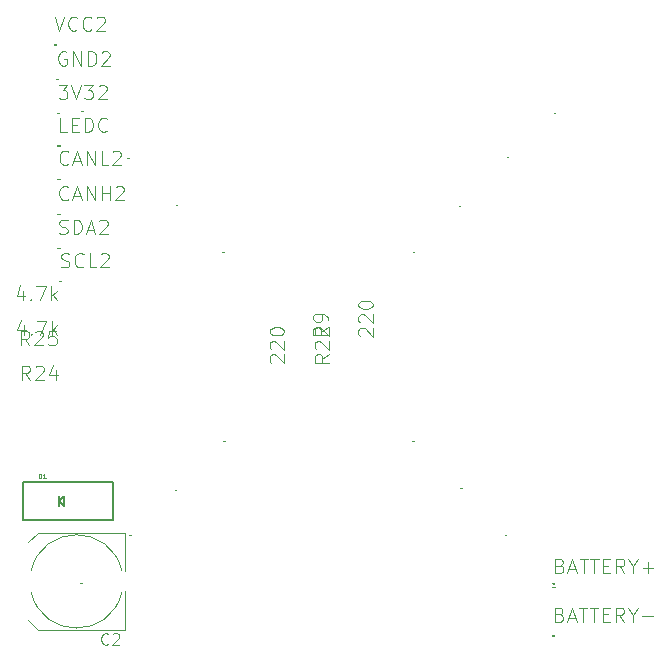
<source format=gbr>
G04 #@! TF.FileFunction,Legend,Top*
%FSLAX46Y46*%
G04 Gerber Fmt 4.6, Leading zero omitted, Abs format (unit mm)*
G04 Created by KiCad (PCBNEW 4.0.6) date 05/07/17 20:50:35*
%MOMM*%
%LPD*%
G01*
G04 APERTURE LIST*
%ADD10C,0.100000*%
%ADD11C,0.101600*%
%ADD12C,0.127000*%
%ADD13C,0.002032*%
%ADD14C,0.081280*%
%ADD15C,0.032512*%
G04 APERTURE END LIST*
D10*
D11*
X101138100Y-124217898D02*
G75*
G03X108838100Y-124217900I3850000J872599D01*
G01*
X109088100Y-124167900D02*
X109088100Y-127442900D01*
X109088100Y-127442900D02*
X101688100Y-127442900D01*
X101688100Y-127442900D02*
X100888100Y-126642900D01*
X100888100Y-120042900D02*
X101688100Y-119242900D01*
X101688100Y-119242900D02*
X109088100Y-119242900D01*
X109088100Y-119242900D02*
X109088100Y-122492900D01*
X108838100Y-122467902D02*
G75*
G03X101138100Y-122467900I-3850000J-872599D01*
G01*
D12*
X100453100Y-117935900D02*
X100453100Y-117687900D01*
X100453100Y-117687900D02*
X100453100Y-114941900D01*
X100453100Y-114941900D02*
X108058100Y-114941900D01*
X108058100Y-114941900D02*
X108058100Y-115147900D01*
X108058100Y-115147900D02*
X108058100Y-115205400D01*
X108058100Y-115147900D02*
X108058100Y-118141900D01*
X108058100Y-118141900D02*
X100453100Y-118141900D01*
X100453100Y-118141900D02*
X100453100Y-117687900D01*
X103924600Y-116986400D02*
X103924600Y-116097400D01*
X103924600Y-116097400D02*
X103543600Y-116541900D01*
X103543600Y-116541900D02*
X103924600Y-116986400D01*
X103543600Y-116986400D02*
X103543600Y-116097400D01*
D11*
X126371348Y-104123206D02*
X125796824Y-104525372D01*
X126371348Y-104812634D02*
X125164848Y-104812634D01*
X125164848Y-104353015D01*
X125222300Y-104238110D01*
X125279752Y-104180658D01*
X125394657Y-104123206D01*
X125567014Y-104123206D01*
X125681919Y-104180658D01*
X125739371Y-104238110D01*
X125796824Y-104353015D01*
X125796824Y-104812634D01*
X125279752Y-103663586D02*
X125222300Y-103606134D01*
X125164848Y-103491229D01*
X125164848Y-103203967D01*
X125222300Y-103089063D01*
X125279752Y-103031610D01*
X125394657Y-102974158D01*
X125509562Y-102974158D01*
X125681919Y-103031610D01*
X126371348Y-103721039D01*
X126371348Y-102974158D01*
X125279752Y-102514538D02*
X125222300Y-102457086D01*
X125164848Y-102342181D01*
X125164848Y-102054919D01*
X125222300Y-101940015D01*
X125279752Y-101882562D01*
X125394657Y-101825110D01*
X125509562Y-101825110D01*
X125681919Y-101882562D01*
X126371348Y-102571991D01*
X126371348Y-101825110D01*
X121469752Y-104812634D02*
X121412300Y-104755182D01*
X121354848Y-104640277D01*
X121354848Y-104353015D01*
X121412300Y-104238111D01*
X121469752Y-104180658D01*
X121584657Y-104123206D01*
X121699562Y-104123206D01*
X121871919Y-104180658D01*
X122561348Y-104870087D01*
X122561348Y-104123206D01*
X121469752Y-103663586D02*
X121412300Y-103606134D01*
X121354848Y-103491229D01*
X121354848Y-103203967D01*
X121412300Y-103089063D01*
X121469752Y-103031610D01*
X121584657Y-102974158D01*
X121699562Y-102974158D01*
X121871919Y-103031610D01*
X122561348Y-103721039D01*
X122561348Y-102974158D01*
X121354848Y-102227277D02*
X121354848Y-102112372D01*
X121412300Y-101997467D01*
X121469752Y-101940015D01*
X121584657Y-101882562D01*
X121814467Y-101825110D01*
X122101729Y-101825110D01*
X122331538Y-101882562D01*
X122446443Y-101940015D01*
X122503895Y-101997467D01*
X122561348Y-102112372D01*
X122561348Y-102227277D01*
X122503895Y-102342181D01*
X122446443Y-102399634D01*
X122331538Y-102457086D01*
X122101729Y-102514538D01*
X121814467Y-102514538D01*
X121584657Y-102457086D01*
X121469752Y-102399634D01*
X121412300Y-102342181D01*
X121354848Y-102227277D01*
D13*
X137443598Y-115403021D02*
X137457387Y-115403021D01*
X137450492Y-115427151D02*
X137450492Y-115403021D01*
X137465430Y-115427151D02*
X137465430Y-115403021D01*
X137474623Y-115403021D01*
X137476921Y-115404170D01*
X137478070Y-115405319D01*
X137479219Y-115407617D01*
X137479219Y-115411064D01*
X137478070Y-115413362D01*
X137476921Y-115414511D01*
X137474623Y-115415660D01*
X137465430Y-115415660D01*
X137497604Y-115414511D02*
X137501051Y-115415660D01*
X137502200Y-115416810D01*
X137503349Y-115419108D01*
X137503349Y-115422555D01*
X137502200Y-115424853D01*
X137501051Y-115426002D01*
X137498753Y-115427151D01*
X137489560Y-115427151D01*
X137489560Y-115403021D01*
X137497604Y-115403021D01*
X137499902Y-115404170D01*
X137501051Y-115405319D01*
X137502200Y-115407617D01*
X137502200Y-115409915D01*
X137501051Y-115412213D01*
X137499902Y-115413362D01*
X137497604Y-115414511D01*
X137489560Y-115414511D01*
X137512541Y-115405319D02*
X137513690Y-115404170D01*
X137515988Y-115403021D01*
X137521734Y-115403021D01*
X137524032Y-115404170D01*
X137525181Y-115405319D01*
X137526330Y-115407617D01*
X137526330Y-115409915D01*
X137525181Y-115413362D01*
X137511392Y-115427151D01*
X137526330Y-115427151D01*
X137537820Y-115426002D02*
X137537820Y-115427151D01*
X137536671Y-115429449D01*
X137535522Y-115430598D01*
X137559652Y-115403021D02*
X137548161Y-115403021D01*
X137547012Y-115414511D01*
X137548161Y-115413362D01*
X137550459Y-115412213D01*
X137556205Y-115412213D01*
X137558503Y-115413362D01*
X137559652Y-115414511D01*
X137560801Y-115416810D01*
X137560801Y-115422555D01*
X137559652Y-115424853D01*
X137558503Y-115426002D01*
X137556205Y-115427151D01*
X137550459Y-115427151D01*
X137548161Y-115426002D01*
X137547012Y-115424853D01*
X137581484Y-115411064D02*
X137581484Y-115427151D01*
X137575738Y-115401872D02*
X137569993Y-115419108D01*
X137584931Y-115419108D01*
X113303598Y-115584021D02*
X113317387Y-115584021D01*
X113310492Y-115608151D02*
X113310492Y-115584021D01*
X113325430Y-115608151D02*
X113325430Y-115584021D01*
X113334623Y-115584021D01*
X113336921Y-115585170D01*
X113338070Y-115586319D01*
X113339219Y-115588617D01*
X113339219Y-115592064D01*
X113338070Y-115594362D01*
X113336921Y-115595511D01*
X113334623Y-115596660D01*
X113325430Y-115596660D01*
X113357604Y-115595511D02*
X113361051Y-115596660D01*
X113362200Y-115597810D01*
X113363349Y-115600108D01*
X113363349Y-115603555D01*
X113362200Y-115605853D01*
X113361051Y-115607002D01*
X113358753Y-115608151D01*
X113349560Y-115608151D01*
X113349560Y-115584021D01*
X113357604Y-115584021D01*
X113359902Y-115585170D01*
X113361051Y-115586319D01*
X113362200Y-115588617D01*
X113362200Y-115590915D01*
X113361051Y-115593213D01*
X113359902Y-115594362D01*
X113357604Y-115595511D01*
X113349560Y-115595511D01*
X113372541Y-115586319D02*
X113373690Y-115585170D01*
X113375988Y-115584021D01*
X113381734Y-115584021D01*
X113384032Y-115585170D01*
X113385181Y-115586319D01*
X113386330Y-115588617D01*
X113386330Y-115590915D01*
X113385181Y-115594362D01*
X113371392Y-115608151D01*
X113386330Y-115608151D01*
X113397820Y-115607002D02*
X113397820Y-115608151D01*
X113396671Y-115610449D01*
X113395522Y-115611598D01*
X113419652Y-115584021D02*
X113408161Y-115584021D01*
X113407012Y-115595511D01*
X113408161Y-115594362D01*
X113410459Y-115593213D01*
X113416205Y-115593213D01*
X113418503Y-115594362D01*
X113419652Y-115595511D01*
X113420801Y-115597810D01*
X113420801Y-115603555D01*
X113419652Y-115605853D01*
X113418503Y-115607002D01*
X113416205Y-115608151D01*
X113410459Y-115608151D01*
X113408161Y-115607002D01*
X113407012Y-115605853D01*
X113441484Y-115592064D02*
X113441484Y-115608151D01*
X113435738Y-115582872D02*
X113429993Y-115600108D01*
X113444931Y-115600108D01*
X137332598Y-91534021D02*
X137346387Y-91534021D01*
X137339492Y-91558151D02*
X137339492Y-91534021D01*
X137354430Y-91558151D02*
X137354430Y-91534021D01*
X137363623Y-91534021D01*
X137365921Y-91535170D01*
X137367070Y-91536319D01*
X137368219Y-91538617D01*
X137368219Y-91542064D01*
X137367070Y-91544362D01*
X137365921Y-91545511D01*
X137363623Y-91546660D01*
X137354430Y-91546660D01*
X137386604Y-91545511D02*
X137390051Y-91546660D01*
X137391200Y-91547810D01*
X137392349Y-91550108D01*
X137392349Y-91553555D01*
X137391200Y-91555853D01*
X137390051Y-91557002D01*
X137387753Y-91558151D01*
X137378560Y-91558151D01*
X137378560Y-91534021D01*
X137386604Y-91534021D01*
X137388902Y-91535170D01*
X137390051Y-91536319D01*
X137391200Y-91538617D01*
X137391200Y-91540915D01*
X137390051Y-91543213D01*
X137388902Y-91544362D01*
X137386604Y-91545511D01*
X137378560Y-91545511D01*
X137401541Y-91536319D02*
X137402690Y-91535170D01*
X137404988Y-91534021D01*
X137410734Y-91534021D01*
X137413032Y-91535170D01*
X137414181Y-91536319D01*
X137415330Y-91538617D01*
X137415330Y-91540915D01*
X137414181Y-91544362D01*
X137400392Y-91558151D01*
X137415330Y-91558151D01*
X137426820Y-91557002D02*
X137426820Y-91558151D01*
X137425671Y-91560449D01*
X137424522Y-91561598D01*
X137448652Y-91534021D02*
X137437161Y-91534021D01*
X137436012Y-91545511D01*
X137437161Y-91544362D01*
X137439459Y-91543213D01*
X137445205Y-91543213D01*
X137447503Y-91544362D01*
X137448652Y-91545511D01*
X137449801Y-91547810D01*
X137449801Y-91553555D01*
X137448652Y-91555853D01*
X137447503Y-91557002D01*
X137445205Y-91558151D01*
X137439459Y-91558151D01*
X137437161Y-91557002D01*
X137436012Y-91555853D01*
X137470484Y-91542064D02*
X137470484Y-91558151D01*
X137464738Y-91532872D02*
X137458993Y-91550108D01*
X137473931Y-91550108D01*
X113382598Y-91474021D02*
X113396387Y-91474021D01*
X113389492Y-91498151D02*
X113389492Y-91474021D01*
X113404430Y-91498151D02*
X113404430Y-91474021D01*
X113413623Y-91474021D01*
X113415921Y-91475170D01*
X113417070Y-91476319D01*
X113418219Y-91478617D01*
X113418219Y-91482064D01*
X113417070Y-91484362D01*
X113415921Y-91485511D01*
X113413623Y-91486660D01*
X113404430Y-91486660D01*
X113436604Y-91485511D02*
X113440051Y-91486660D01*
X113441200Y-91487810D01*
X113442349Y-91490108D01*
X113442349Y-91493555D01*
X113441200Y-91495853D01*
X113440051Y-91497002D01*
X113437753Y-91498151D01*
X113428560Y-91498151D01*
X113428560Y-91474021D01*
X113436604Y-91474021D01*
X113438902Y-91475170D01*
X113440051Y-91476319D01*
X113441200Y-91478617D01*
X113441200Y-91480915D01*
X113440051Y-91483213D01*
X113438902Y-91484362D01*
X113436604Y-91485511D01*
X113428560Y-91485511D01*
X113451541Y-91476319D02*
X113452690Y-91475170D01*
X113454988Y-91474021D01*
X113460734Y-91474021D01*
X113463032Y-91475170D01*
X113464181Y-91476319D01*
X113465330Y-91478617D01*
X113465330Y-91480915D01*
X113464181Y-91484362D01*
X113450392Y-91498151D01*
X113465330Y-91498151D01*
X113476820Y-91497002D02*
X113476820Y-91498151D01*
X113475671Y-91500449D01*
X113474522Y-91501598D01*
X113498652Y-91474021D02*
X113487161Y-91474021D01*
X113486012Y-91485511D01*
X113487161Y-91484362D01*
X113489459Y-91483213D01*
X113495205Y-91483213D01*
X113497503Y-91484362D01*
X113498652Y-91485511D01*
X113499801Y-91487810D01*
X113499801Y-91493555D01*
X113498652Y-91495853D01*
X113497503Y-91497002D01*
X113495205Y-91498151D01*
X113489459Y-91498151D01*
X113487161Y-91497002D01*
X113486012Y-91495853D01*
X113520484Y-91482064D02*
X113520484Y-91498151D01*
X113514738Y-91472872D02*
X113508993Y-91490108D01*
X113523931Y-91490108D01*
X133398598Y-111430021D02*
X133412387Y-111430021D01*
X133405492Y-111454151D02*
X133405492Y-111430021D01*
X133420430Y-111454151D02*
X133420430Y-111430021D01*
X133429623Y-111430021D01*
X133431921Y-111431170D01*
X133433070Y-111432319D01*
X133434219Y-111434617D01*
X133434219Y-111438064D01*
X133433070Y-111440362D01*
X133431921Y-111441511D01*
X133429623Y-111442660D01*
X133420430Y-111442660D01*
X133452604Y-111441511D02*
X133456051Y-111442660D01*
X133457200Y-111443810D01*
X133458349Y-111446108D01*
X133458349Y-111449555D01*
X133457200Y-111451853D01*
X133456051Y-111453002D01*
X133453753Y-111454151D01*
X133444560Y-111454151D01*
X133444560Y-111430021D01*
X133452604Y-111430021D01*
X133454902Y-111431170D01*
X133456051Y-111432319D01*
X133457200Y-111434617D01*
X133457200Y-111436915D01*
X133456051Y-111439213D01*
X133454902Y-111440362D01*
X133452604Y-111441511D01*
X133444560Y-111441511D01*
X133467541Y-111432319D02*
X133468690Y-111431170D01*
X133470988Y-111430021D01*
X133476734Y-111430021D01*
X133479032Y-111431170D01*
X133480181Y-111432319D01*
X133481330Y-111434617D01*
X133481330Y-111436915D01*
X133480181Y-111440362D01*
X133466392Y-111454151D01*
X133481330Y-111454151D01*
X133492820Y-111453002D02*
X133492820Y-111454151D01*
X133491671Y-111456449D01*
X133490522Y-111457598D01*
X133514652Y-111430021D02*
X133503161Y-111430021D01*
X133502012Y-111441511D01*
X133503161Y-111440362D01*
X133505459Y-111439213D01*
X133511205Y-111439213D01*
X133513503Y-111440362D01*
X133514652Y-111441511D01*
X133515801Y-111443810D01*
X133515801Y-111449555D01*
X133514652Y-111451853D01*
X133513503Y-111453002D01*
X133511205Y-111454151D01*
X133505459Y-111454151D01*
X133503161Y-111453002D01*
X133502012Y-111451853D01*
X133536484Y-111438064D02*
X133536484Y-111454151D01*
X133530738Y-111428872D02*
X133524993Y-111446108D01*
X133539931Y-111446108D01*
X117406598Y-111418021D02*
X117420387Y-111418021D01*
X117413492Y-111442151D02*
X117413492Y-111418021D01*
X117428430Y-111442151D02*
X117428430Y-111418021D01*
X117437623Y-111418021D01*
X117439921Y-111419170D01*
X117441070Y-111420319D01*
X117442219Y-111422617D01*
X117442219Y-111426064D01*
X117441070Y-111428362D01*
X117439921Y-111429511D01*
X117437623Y-111430660D01*
X117428430Y-111430660D01*
X117460604Y-111429511D02*
X117464051Y-111430660D01*
X117465200Y-111431810D01*
X117466349Y-111434108D01*
X117466349Y-111437555D01*
X117465200Y-111439853D01*
X117464051Y-111441002D01*
X117461753Y-111442151D01*
X117452560Y-111442151D01*
X117452560Y-111418021D01*
X117460604Y-111418021D01*
X117462902Y-111419170D01*
X117464051Y-111420319D01*
X117465200Y-111422617D01*
X117465200Y-111424915D01*
X117464051Y-111427213D01*
X117462902Y-111428362D01*
X117460604Y-111429511D01*
X117452560Y-111429511D01*
X117475541Y-111420319D02*
X117476690Y-111419170D01*
X117478988Y-111418021D01*
X117484734Y-111418021D01*
X117487032Y-111419170D01*
X117488181Y-111420319D01*
X117489330Y-111422617D01*
X117489330Y-111424915D01*
X117488181Y-111428362D01*
X117474392Y-111442151D01*
X117489330Y-111442151D01*
X117500820Y-111441002D02*
X117500820Y-111442151D01*
X117499671Y-111444449D01*
X117498522Y-111445598D01*
X117522652Y-111418021D02*
X117511161Y-111418021D01*
X117510012Y-111429511D01*
X117511161Y-111428362D01*
X117513459Y-111427213D01*
X117519205Y-111427213D01*
X117521503Y-111428362D01*
X117522652Y-111429511D01*
X117523801Y-111431810D01*
X117523801Y-111437555D01*
X117522652Y-111439853D01*
X117521503Y-111441002D01*
X117519205Y-111442151D01*
X117513459Y-111442151D01*
X117511161Y-111441002D01*
X117510012Y-111439853D01*
X117544484Y-111426064D02*
X117544484Y-111442151D01*
X117538738Y-111416872D02*
X117532993Y-111434108D01*
X117547931Y-111434108D01*
X133447598Y-95413021D02*
X133461387Y-95413021D01*
X133454492Y-95437151D02*
X133454492Y-95413021D01*
X133469430Y-95437151D02*
X133469430Y-95413021D01*
X133478623Y-95413021D01*
X133480921Y-95414170D01*
X133482070Y-95415319D01*
X133483219Y-95417617D01*
X133483219Y-95421064D01*
X133482070Y-95423362D01*
X133480921Y-95424511D01*
X133478623Y-95425660D01*
X133469430Y-95425660D01*
X133501604Y-95424511D02*
X133505051Y-95425660D01*
X133506200Y-95426810D01*
X133507349Y-95429108D01*
X133507349Y-95432555D01*
X133506200Y-95434853D01*
X133505051Y-95436002D01*
X133502753Y-95437151D01*
X133493560Y-95437151D01*
X133493560Y-95413021D01*
X133501604Y-95413021D01*
X133503902Y-95414170D01*
X133505051Y-95415319D01*
X133506200Y-95417617D01*
X133506200Y-95419915D01*
X133505051Y-95422213D01*
X133503902Y-95423362D01*
X133501604Y-95424511D01*
X133493560Y-95424511D01*
X133516541Y-95415319D02*
X133517690Y-95414170D01*
X133519988Y-95413021D01*
X133525734Y-95413021D01*
X133528032Y-95414170D01*
X133529181Y-95415319D01*
X133530330Y-95417617D01*
X133530330Y-95419915D01*
X133529181Y-95423362D01*
X133515392Y-95437151D01*
X133530330Y-95437151D01*
X133541820Y-95436002D02*
X133541820Y-95437151D01*
X133540671Y-95439449D01*
X133539522Y-95440598D01*
X133563652Y-95413021D02*
X133552161Y-95413021D01*
X133551012Y-95424511D01*
X133552161Y-95423362D01*
X133554459Y-95422213D01*
X133560205Y-95422213D01*
X133562503Y-95423362D01*
X133563652Y-95424511D01*
X133564801Y-95426810D01*
X133564801Y-95432555D01*
X133563652Y-95434853D01*
X133562503Y-95436002D01*
X133560205Y-95437151D01*
X133554459Y-95437151D01*
X133552161Y-95436002D01*
X133551012Y-95434853D01*
X133585484Y-95421064D02*
X133585484Y-95437151D01*
X133579738Y-95411872D02*
X133573993Y-95429108D01*
X133588931Y-95429108D01*
X117300598Y-95439021D02*
X117314387Y-95439021D01*
X117307492Y-95463151D02*
X117307492Y-95439021D01*
X117322430Y-95463151D02*
X117322430Y-95439021D01*
X117331623Y-95439021D01*
X117333921Y-95440170D01*
X117335070Y-95441319D01*
X117336219Y-95443617D01*
X117336219Y-95447064D01*
X117335070Y-95449362D01*
X117333921Y-95450511D01*
X117331623Y-95451660D01*
X117322430Y-95451660D01*
X117354604Y-95450511D02*
X117358051Y-95451660D01*
X117359200Y-95452810D01*
X117360349Y-95455108D01*
X117360349Y-95458555D01*
X117359200Y-95460853D01*
X117358051Y-95462002D01*
X117355753Y-95463151D01*
X117346560Y-95463151D01*
X117346560Y-95439021D01*
X117354604Y-95439021D01*
X117356902Y-95440170D01*
X117358051Y-95441319D01*
X117359200Y-95443617D01*
X117359200Y-95445915D01*
X117358051Y-95448213D01*
X117356902Y-95449362D01*
X117354604Y-95450511D01*
X117346560Y-95450511D01*
X117369541Y-95441319D02*
X117370690Y-95440170D01*
X117372988Y-95439021D01*
X117378734Y-95439021D01*
X117381032Y-95440170D01*
X117382181Y-95441319D01*
X117383330Y-95443617D01*
X117383330Y-95445915D01*
X117382181Y-95449362D01*
X117368392Y-95463151D01*
X117383330Y-95463151D01*
X117394820Y-95462002D02*
X117394820Y-95463151D01*
X117393671Y-95465449D01*
X117392522Y-95466598D01*
X117416652Y-95439021D02*
X117405161Y-95439021D01*
X117404012Y-95450511D01*
X117405161Y-95449362D01*
X117407459Y-95448213D01*
X117413205Y-95448213D01*
X117415503Y-95449362D01*
X117416652Y-95450511D01*
X117417801Y-95452810D01*
X117417801Y-95458555D01*
X117416652Y-95460853D01*
X117415503Y-95462002D01*
X117413205Y-95463151D01*
X117407459Y-95463151D01*
X117405161Y-95462002D01*
X117404012Y-95460853D01*
X117438484Y-95447064D02*
X117438484Y-95463151D01*
X117432738Y-95437872D02*
X117426993Y-95455108D01*
X117441931Y-95455108D01*
X105406598Y-83526021D02*
X105420387Y-83526021D01*
X105413492Y-83550151D02*
X105413492Y-83526021D01*
X105428430Y-83550151D02*
X105428430Y-83526021D01*
X105437623Y-83526021D01*
X105439921Y-83527170D01*
X105441070Y-83528319D01*
X105442219Y-83530617D01*
X105442219Y-83534064D01*
X105441070Y-83536362D01*
X105439921Y-83537511D01*
X105437623Y-83538660D01*
X105428430Y-83538660D01*
X105460604Y-83537511D02*
X105464051Y-83538660D01*
X105465200Y-83539810D01*
X105466349Y-83542108D01*
X105466349Y-83545555D01*
X105465200Y-83547853D01*
X105464051Y-83549002D01*
X105461753Y-83550151D01*
X105452560Y-83550151D01*
X105452560Y-83526021D01*
X105460604Y-83526021D01*
X105462902Y-83527170D01*
X105464051Y-83528319D01*
X105465200Y-83530617D01*
X105465200Y-83532915D01*
X105464051Y-83535213D01*
X105462902Y-83536362D01*
X105460604Y-83537511D01*
X105452560Y-83537511D01*
X105475541Y-83528319D02*
X105476690Y-83527170D01*
X105478988Y-83526021D01*
X105484734Y-83526021D01*
X105487032Y-83527170D01*
X105488181Y-83528319D01*
X105489330Y-83530617D01*
X105489330Y-83532915D01*
X105488181Y-83536362D01*
X105474392Y-83550151D01*
X105489330Y-83550151D01*
X105500820Y-83549002D02*
X105500820Y-83550151D01*
X105499671Y-83552449D01*
X105498522Y-83553598D01*
X105522652Y-83526021D02*
X105511161Y-83526021D01*
X105510012Y-83537511D01*
X105511161Y-83536362D01*
X105513459Y-83535213D01*
X105519205Y-83535213D01*
X105521503Y-83536362D01*
X105522652Y-83537511D01*
X105523801Y-83539810D01*
X105523801Y-83545555D01*
X105522652Y-83547853D01*
X105521503Y-83549002D01*
X105519205Y-83550151D01*
X105513459Y-83550151D01*
X105511161Y-83549002D01*
X105510012Y-83547853D01*
X105544484Y-83534064D02*
X105544484Y-83550151D01*
X105538738Y-83524872D02*
X105532993Y-83542108D01*
X105547931Y-83542108D01*
X105287598Y-123439021D02*
X105301387Y-123439021D01*
X105294492Y-123463151D02*
X105294492Y-123439021D01*
X105309430Y-123463151D02*
X105309430Y-123439021D01*
X105318623Y-123439021D01*
X105320921Y-123440170D01*
X105322070Y-123441319D01*
X105323219Y-123443617D01*
X105323219Y-123447064D01*
X105322070Y-123449362D01*
X105320921Y-123450511D01*
X105318623Y-123451660D01*
X105309430Y-123451660D01*
X105341604Y-123450511D02*
X105345051Y-123451660D01*
X105346200Y-123452810D01*
X105347349Y-123455108D01*
X105347349Y-123458555D01*
X105346200Y-123460853D01*
X105345051Y-123462002D01*
X105342753Y-123463151D01*
X105333560Y-123463151D01*
X105333560Y-123439021D01*
X105341604Y-123439021D01*
X105343902Y-123440170D01*
X105345051Y-123441319D01*
X105346200Y-123443617D01*
X105346200Y-123445915D01*
X105345051Y-123448213D01*
X105343902Y-123449362D01*
X105341604Y-123450511D01*
X105333560Y-123450511D01*
X105356541Y-123441319D02*
X105357690Y-123440170D01*
X105359988Y-123439021D01*
X105365734Y-123439021D01*
X105368032Y-123440170D01*
X105369181Y-123441319D01*
X105370330Y-123443617D01*
X105370330Y-123445915D01*
X105369181Y-123449362D01*
X105355392Y-123463151D01*
X105370330Y-123463151D01*
X105381820Y-123462002D02*
X105381820Y-123463151D01*
X105380671Y-123465449D01*
X105379522Y-123466598D01*
X105403652Y-123439021D02*
X105392161Y-123439021D01*
X105391012Y-123450511D01*
X105392161Y-123449362D01*
X105394459Y-123448213D01*
X105400205Y-123448213D01*
X105402503Y-123449362D01*
X105403652Y-123450511D01*
X105404801Y-123452810D01*
X105404801Y-123458555D01*
X105403652Y-123460853D01*
X105402503Y-123462002D01*
X105400205Y-123463151D01*
X105394459Y-123463151D01*
X105392161Y-123462002D01*
X105391012Y-123460853D01*
X105425484Y-123447064D02*
X105425484Y-123463151D01*
X105419738Y-123437872D02*
X105413993Y-123455108D01*
X105428931Y-123455108D01*
X145284598Y-123500021D02*
X145298387Y-123500021D01*
X145291492Y-123524151D02*
X145291492Y-123500021D01*
X145306430Y-123524151D02*
X145306430Y-123500021D01*
X145315623Y-123500021D01*
X145317921Y-123501170D01*
X145319070Y-123502319D01*
X145320219Y-123504617D01*
X145320219Y-123508064D01*
X145319070Y-123510362D01*
X145317921Y-123511511D01*
X145315623Y-123512660D01*
X145306430Y-123512660D01*
X145338604Y-123511511D02*
X145342051Y-123512660D01*
X145343200Y-123513810D01*
X145344349Y-123516108D01*
X145344349Y-123519555D01*
X145343200Y-123521853D01*
X145342051Y-123523002D01*
X145339753Y-123524151D01*
X145330560Y-123524151D01*
X145330560Y-123500021D01*
X145338604Y-123500021D01*
X145340902Y-123501170D01*
X145342051Y-123502319D01*
X145343200Y-123504617D01*
X145343200Y-123506915D01*
X145342051Y-123509213D01*
X145340902Y-123510362D01*
X145338604Y-123511511D01*
X145330560Y-123511511D01*
X145353541Y-123502319D02*
X145354690Y-123501170D01*
X145356988Y-123500021D01*
X145362734Y-123500021D01*
X145365032Y-123501170D01*
X145366181Y-123502319D01*
X145367330Y-123504617D01*
X145367330Y-123506915D01*
X145366181Y-123510362D01*
X145352392Y-123524151D01*
X145367330Y-123524151D01*
X145378820Y-123523002D02*
X145378820Y-123524151D01*
X145377671Y-123526449D01*
X145376522Y-123527598D01*
X145400652Y-123500021D02*
X145389161Y-123500021D01*
X145388012Y-123511511D01*
X145389161Y-123510362D01*
X145391459Y-123509213D01*
X145397205Y-123509213D01*
X145399503Y-123510362D01*
X145400652Y-123511511D01*
X145401801Y-123513810D01*
X145401801Y-123519555D01*
X145400652Y-123521853D01*
X145399503Y-123523002D01*
X145397205Y-123524151D01*
X145391459Y-123524151D01*
X145389161Y-123523002D01*
X145388012Y-123521853D01*
X145422484Y-123508064D02*
X145422484Y-123524151D01*
X145416738Y-123498872D02*
X145410993Y-123516108D01*
X145425931Y-123516108D01*
X145401598Y-83650021D02*
X145415387Y-83650021D01*
X145408492Y-83674151D02*
X145408492Y-83650021D01*
X145423430Y-83674151D02*
X145423430Y-83650021D01*
X145432623Y-83650021D01*
X145434921Y-83651170D01*
X145436070Y-83652319D01*
X145437219Y-83654617D01*
X145437219Y-83658064D01*
X145436070Y-83660362D01*
X145434921Y-83661511D01*
X145432623Y-83662660D01*
X145423430Y-83662660D01*
X145455604Y-83661511D02*
X145459051Y-83662660D01*
X145460200Y-83663810D01*
X145461349Y-83666108D01*
X145461349Y-83669555D01*
X145460200Y-83671853D01*
X145459051Y-83673002D01*
X145456753Y-83674151D01*
X145447560Y-83674151D01*
X145447560Y-83650021D01*
X145455604Y-83650021D01*
X145457902Y-83651170D01*
X145459051Y-83652319D01*
X145460200Y-83654617D01*
X145460200Y-83656915D01*
X145459051Y-83659213D01*
X145457902Y-83660362D01*
X145455604Y-83661511D01*
X145447560Y-83661511D01*
X145470541Y-83652319D02*
X145471690Y-83651170D01*
X145473988Y-83650021D01*
X145479734Y-83650021D01*
X145482032Y-83651170D01*
X145483181Y-83652319D01*
X145484330Y-83654617D01*
X145484330Y-83656915D01*
X145483181Y-83660362D01*
X145469392Y-83674151D01*
X145484330Y-83674151D01*
X145495820Y-83673002D02*
X145495820Y-83674151D01*
X145494671Y-83676449D01*
X145493522Y-83677598D01*
X145517652Y-83650021D02*
X145506161Y-83650021D01*
X145505012Y-83661511D01*
X145506161Y-83660362D01*
X145508459Y-83659213D01*
X145514205Y-83659213D01*
X145516503Y-83660362D01*
X145517652Y-83661511D01*
X145518801Y-83663810D01*
X145518801Y-83669555D01*
X145517652Y-83671853D01*
X145516503Y-83673002D01*
X145514205Y-83674151D01*
X145508459Y-83674151D01*
X145506161Y-83673002D01*
X145505012Y-83671853D01*
X145539484Y-83658064D02*
X145539484Y-83674151D01*
X145533738Y-83648872D02*
X145527993Y-83666108D01*
X145542931Y-83666108D01*
X109283598Y-87462021D02*
X109297387Y-87462021D01*
X109290492Y-87486151D02*
X109290492Y-87462021D01*
X109305430Y-87486151D02*
X109305430Y-87462021D01*
X109314623Y-87462021D01*
X109316921Y-87463170D01*
X109318070Y-87464319D01*
X109319219Y-87466617D01*
X109319219Y-87470064D01*
X109318070Y-87472362D01*
X109316921Y-87473511D01*
X109314623Y-87474660D01*
X109305430Y-87474660D01*
X109337604Y-87473511D02*
X109341051Y-87474660D01*
X109342200Y-87475810D01*
X109343349Y-87478108D01*
X109343349Y-87481555D01*
X109342200Y-87483853D01*
X109341051Y-87485002D01*
X109338753Y-87486151D01*
X109329560Y-87486151D01*
X109329560Y-87462021D01*
X109337604Y-87462021D01*
X109339902Y-87463170D01*
X109341051Y-87464319D01*
X109342200Y-87466617D01*
X109342200Y-87468915D01*
X109341051Y-87471213D01*
X109339902Y-87472362D01*
X109337604Y-87473511D01*
X109329560Y-87473511D01*
X109352541Y-87464319D02*
X109353690Y-87463170D01*
X109355988Y-87462021D01*
X109361734Y-87462021D01*
X109364032Y-87463170D01*
X109365181Y-87464319D01*
X109366330Y-87466617D01*
X109366330Y-87468915D01*
X109365181Y-87472362D01*
X109351392Y-87486151D01*
X109366330Y-87486151D01*
X109377820Y-87485002D02*
X109377820Y-87486151D01*
X109376671Y-87488449D01*
X109375522Y-87489598D01*
X109399652Y-87462021D02*
X109388161Y-87462021D01*
X109387012Y-87473511D01*
X109388161Y-87472362D01*
X109390459Y-87471213D01*
X109396205Y-87471213D01*
X109398503Y-87472362D01*
X109399652Y-87473511D01*
X109400801Y-87475810D01*
X109400801Y-87481555D01*
X109399652Y-87483853D01*
X109398503Y-87485002D01*
X109396205Y-87486151D01*
X109390459Y-87486151D01*
X109388161Y-87485002D01*
X109387012Y-87483853D01*
X109421484Y-87470064D02*
X109421484Y-87486151D01*
X109415738Y-87460872D02*
X109409993Y-87478108D01*
X109424931Y-87478108D01*
X109428598Y-119385021D02*
X109442387Y-119385021D01*
X109435492Y-119409151D02*
X109435492Y-119385021D01*
X109450430Y-119409151D02*
X109450430Y-119385021D01*
X109459623Y-119385021D01*
X109461921Y-119386170D01*
X109463070Y-119387319D01*
X109464219Y-119389617D01*
X109464219Y-119393064D01*
X109463070Y-119395362D01*
X109461921Y-119396511D01*
X109459623Y-119397660D01*
X109450430Y-119397660D01*
X109482604Y-119396511D02*
X109486051Y-119397660D01*
X109487200Y-119398810D01*
X109488349Y-119401108D01*
X109488349Y-119404555D01*
X109487200Y-119406853D01*
X109486051Y-119408002D01*
X109483753Y-119409151D01*
X109474560Y-119409151D01*
X109474560Y-119385021D01*
X109482604Y-119385021D01*
X109484902Y-119386170D01*
X109486051Y-119387319D01*
X109487200Y-119389617D01*
X109487200Y-119391915D01*
X109486051Y-119394213D01*
X109484902Y-119395362D01*
X109482604Y-119396511D01*
X109474560Y-119396511D01*
X109497541Y-119387319D02*
X109498690Y-119386170D01*
X109500988Y-119385021D01*
X109506734Y-119385021D01*
X109509032Y-119386170D01*
X109510181Y-119387319D01*
X109511330Y-119389617D01*
X109511330Y-119391915D01*
X109510181Y-119395362D01*
X109496392Y-119409151D01*
X109511330Y-119409151D01*
X109522820Y-119408002D02*
X109522820Y-119409151D01*
X109521671Y-119411449D01*
X109520522Y-119412598D01*
X109544652Y-119385021D02*
X109533161Y-119385021D01*
X109532012Y-119396511D01*
X109533161Y-119395362D01*
X109535459Y-119394213D01*
X109541205Y-119394213D01*
X109543503Y-119395362D01*
X109544652Y-119396511D01*
X109545801Y-119398810D01*
X109545801Y-119404555D01*
X109544652Y-119406853D01*
X109543503Y-119408002D01*
X109541205Y-119409151D01*
X109535459Y-119409151D01*
X109533161Y-119408002D01*
X109532012Y-119406853D01*
X109566484Y-119393064D02*
X109566484Y-119409151D01*
X109560738Y-119383872D02*
X109554993Y-119401108D01*
X109569931Y-119401108D01*
X141247598Y-119412021D02*
X141261387Y-119412021D01*
X141254492Y-119436151D02*
X141254492Y-119412021D01*
X141269430Y-119436151D02*
X141269430Y-119412021D01*
X141278623Y-119412021D01*
X141280921Y-119413170D01*
X141282070Y-119414319D01*
X141283219Y-119416617D01*
X141283219Y-119420064D01*
X141282070Y-119422362D01*
X141280921Y-119423511D01*
X141278623Y-119424660D01*
X141269430Y-119424660D01*
X141301604Y-119423511D02*
X141305051Y-119424660D01*
X141306200Y-119425810D01*
X141307349Y-119428108D01*
X141307349Y-119431555D01*
X141306200Y-119433853D01*
X141305051Y-119435002D01*
X141302753Y-119436151D01*
X141293560Y-119436151D01*
X141293560Y-119412021D01*
X141301604Y-119412021D01*
X141303902Y-119413170D01*
X141305051Y-119414319D01*
X141306200Y-119416617D01*
X141306200Y-119418915D01*
X141305051Y-119421213D01*
X141303902Y-119422362D01*
X141301604Y-119423511D01*
X141293560Y-119423511D01*
X141316541Y-119414319D02*
X141317690Y-119413170D01*
X141319988Y-119412021D01*
X141325734Y-119412021D01*
X141328032Y-119413170D01*
X141329181Y-119414319D01*
X141330330Y-119416617D01*
X141330330Y-119418915D01*
X141329181Y-119422362D01*
X141315392Y-119436151D01*
X141330330Y-119436151D01*
X141341820Y-119435002D02*
X141341820Y-119436151D01*
X141340671Y-119438449D01*
X141339522Y-119439598D01*
X141363652Y-119412021D02*
X141352161Y-119412021D01*
X141351012Y-119423511D01*
X141352161Y-119422362D01*
X141354459Y-119421213D01*
X141360205Y-119421213D01*
X141362503Y-119422362D01*
X141363652Y-119423511D01*
X141364801Y-119425810D01*
X141364801Y-119431555D01*
X141363652Y-119433853D01*
X141362503Y-119435002D01*
X141360205Y-119436151D01*
X141354459Y-119436151D01*
X141352161Y-119435002D01*
X141351012Y-119433853D01*
X141385484Y-119420064D02*
X141385484Y-119436151D01*
X141379738Y-119410872D02*
X141373993Y-119428108D01*
X141388931Y-119428108D01*
X141412598Y-87380021D02*
X141426387Y-87380021D01*
X141419492Y-87404151D02*
X141419492Y-87380021D01*
X141434430Y-87404151D02*
X141434430Y-87380021D01*
X141443623Y-87380021D01*
X141445921Y-87381170D01*
X141447070Y-87382319D01*
X141448219Y-87384617D01*
X141448219Y-87388064D01*
X141447070Y-87390362D01*
X141445921Y-87391511D01*
X141443623Y-87392660D01*
X141434430Y-87392660D01*
X141466604Y-87391511D02*
X141470051Y-87392660D01*
X141471200Y-87393810D01*
X141472349Y-87396108D01*
X141472349Y-87399555D01*
X141471200Y-87401853D01*
X141470051Y-87403002D01*
X141467753Y-87404151D01*
X141458560Y-87404151D01*
X141458560Y-87380021D01*
X141466604Y-87380021D01*
X141468902Y-87381170D01*
X141470051Y-87382319D01*
X141471200Y-87384617D01*
X141471200Y-87386915D01*
X141470051Y-87389213D01*
X141468902Y-87390362D01*
X141466604Y-87391511D01*
X141458560Y-87391511D01*
X141481541Y-87382319D02*
X141482690Y-87381170D01*
X141484988Y-87380021D01*
X141490734Y-87380021D01*
X141493032Y-87381170D01*
X141494181Y-87382319D01*
X141495330Y-87384617D01*
X141495330Y-87386915D01*
X141494181Y-87390362D01*
X141480392Y-87404151D01*
X141495330Y-87404151D01*
X141506820Y-87403002D02*
X141506820Y-87404151D01*
X141505671Y-87406449D01*
X141504522Y-87407598D01*
X141528652Y-87380021D02*
X141517161Y-87380021D01*
X141516012Y-87391511D01*
X141517161Y-87390362D01*
X141519459Y-87389213D01*
X141525205Y-87389213D01*
X141527503Y-87390362D01*
X141528652Y-87391511D01*
X141529801Y-87393810D01*
X141529801Y-87399555D01*
X141528652Y-87401853D01*
X141527503Y-87403002D01*
X141525205Y-87404151D01*
X141519459Y-87404151D01*
X141517161Y-87403002D01*
X141516012Y-87401853D01*
X141550484Y-87388064D02*
X141550484Y-87404151D01*
X141544738Y-87378872D02*
X141538993Y-87396108D01*
X141553931Y-87396108D01*
D11*
X126257048Y-101812410D02*
X125682524Y-102214576D01*
X126257048Y-102501838D02*
X125050548Y-102501838D01*
X125050548Y-102042219D01*
X125108000Y-101927314D01*
X125165452Y-101869862D01*
X125280357Y-101812410D01*
X125452714Y-101812410D01*
X125567619Y-101869862D01*
X125625071Y-101927314D01*
X125682524Y-102042219D01*
X125682524Y-102501838D01*
X126257048Y-101237886D02*
X126257048Y-101008076D01*
X126199595Y-100893171D01*
X126142143Y-100835719D01*
X125969786Y-100720814D01*
X125739976Y-100663362D01*
X125280357Y-100663362D01*
X125165452Y-100720814D01*
X125108000Y-100778267D01*
X125050548Y-100893171D01*
X125050548Y-101122981D01*
X125108000Y-101237886D01*
X125165452Y-101295338D01*
X125280357Y-101352790D01*
X125567619Y-101352790D01*
X125682524Y-101295338D01*
X125739976Y-101237886D01*
X125797429Y-101122981D01*
X125797429Y-100893171D01*
X125739976Y-100778267D01*
X125682524Y-100720814D01*
X125567619Y-100663362D01*
X128975452Y-102559290D02*
X128918000Y-102501838D01*
X128860548Y-102386933D01*
X128860548Y-102099671D01*
X128918000Y-101984767D01*
X128975452Y-101927314D01*
X129090357Y-101869862D01*
X129205262Y-101869862D01*
X129377619Y-101927314D01*
X130067048Y-102616743D01*
X130067048Y-101869862D01*
X128975452Y-101410242D02*
X128918000Y-101352790D01*
X128860548Y-101237885D01*
X128860548Y-100950623D01*
X128918000Y-100835719D01*
X128975452Y-100778266D01*
X129090357Y-100720814D01*
X129205262Y-100720814D01*
X129377619Y-100778266D01*
X130067048Y-101467695D01*
X130067048Y-100720814D01*
X128860548Y-99973933D02*
X128860548Y-99859028D01*
X128918000Y-99744123D01*
X128975452Y-99686671D01*
X129090357Y-99629218D01*
X129320167Y-99571766D01*
X129607429Y-99571766D01*
X129837238Y-99629218D01*
X129952143Y-99686671D01*
X130009595Y-99744123D01*
X130067048Y-99859028D01*
X130067048Y-99973933D01*
X130009595Y-100088837D01*
X129952143Y-100146290D01*
X129837238Y-100203742D01*
X129607429Y-100261194D01*
X129320167Y-100261194D01*
X129090357Y-100203742D01*
X128975452Y-100146290D01*
X128918000Y-100088837D01*
X128860548Y-99973933D01*
X101062394Y-106278948D02*
X100660228Y-105704424D01*
X100372966Y-106278948D02*
X100372966Y-105072448D01*
X100832585Y-105072448D01*
X100947490Y-105129900D01*
X101004942Y-105187352D01*
X101062394Y-105302257D01*
X101062394Y-105474614D01*
X101004942Y-105589519D01*
X100947490Y-105646971D01*
X100832585Y-105704424D01*
X100372966Y-105704424D01*
X101522014Y-105187352D02*
X101579466Y-105129900D01*
X101694371Y-105072448D01*
X101981633Y-105072448D01*
X102096537Y-105129900D01*
X102153990Y-105187352D01*
X102211442Y-105302257D01*
X102211442Y-105417162D01*
X102153990Y-105589519D01*
X101464561Y-106278948D01*
X102211442Y-106278948D01*
X103245585Y-105474614D02*
X103245585Y-106278948D01*
X102958323Y-105014995D02*
X102671062Y-105876781D01*
X103417942Y-105876781D01*
X100545323Y-101664614D02*
X100545323Y-102468948D01*
X100258061Y-101204995D02*
X99970800Y-102066781D01*
X100717680Y-102066781D01*
X101177300Y-102354043D02*
X101234752Y-102411495D01*
X101177300Y-102468948D01*
X101119848Y-102411495D01*
X101177300Y-102354043D01*
X101177300Y-102468948D01*
X101636919Y-101262448D02*
X102441252Y-101262448D01*
X101924181Y-102468948D01*
X102900872Y-102468948D02*
X102900872Y-101262448D01*
X103015777Y-102009329D02*
X103360491Y-102468948D01*
X103360491Y-101664614D02*
X102900872Y-102124233D01*
X101004994Y-103351348D02*
X100602828Y-102776824D01*
X100315566Y-103351348D02*
X100315566Y-102144848D01*
X100775185Y-102144848D01*
X100890090Y-102202300D01*
X100947542Y-102259752D01*
X101004994Y-102374657D01*
X101004994Y-102547014D01*
X100947542Y-102661919D01*
X100890090Y-102719371D01*
X100775185Y-102776824D01*
X100315566Y-102776824D01*
X101464614Y-102259752D02*
X101522066Y-102202300D01*
X101636971Y-102144848D01*
X101924233Y-102144848D01*
X102039137Y-102202300D01*
X102096590Y-102259752D01*
X102154042Y-102374657D01*
X102154042Y-102489562D01*
X102096590Y-102661919D01*
X101407161Y-103351348D01*
X102154042Y-103351348D01*
X103245638Y-102144848D02*
X102671114Y-102144848D01*
X102613662Y-102719371D01*
X102671114Y-102661919D01*
X102786019Y-102604467D01*
X103073281Y-102604467D01*
X103188185Y-102661919D01*
X103245638Y-102719371D01*
X103303090Y-102834276D01*
X103303090Y-103121538D01*
X103245638Y-103236443D01*
X103188185Y-103293895D01*
X103073281Y-103351348D01*
X102786019Y-103351348D01*
X102671114Y-103293895D01*
X102613662Y-103236443D01*
X100487923Y-98737014D02*
X100487923Y-99541348D01*
X100200661Y-98277395D02*
X99913400Y-99139181D01*
X100660280Y-99139181D01*
X101119900Y-99426443D02*
X101177352Y-99483895D01*
X101119900Y-99541348D01*
X101062448Y-99483895D01*
X101119900Y-99426443D01*
X101119900Y-99541348D01*
X101579519Y-98334848D02*
X102383852Y-98334848D01*
X101866781Y-99541348D01*
X102843472Y-99541348D02*
X102843472Y-98334848D01*
X102958377Y-99081729D02*
X103303091Y-99541348D01*
X103303091Y-98737014D02*
X102843472Y-99196633D01*
X145912229Y-122003571D02*
X146084586Y-122061024D01*
X146142038Y-122118476D01*
X146199490Y-122233381D01*
X146199490Y-122405738D01*
X146142038Y-122520643D01*
X146084586Y-122578095D01*
X145969681Y-122635548D01*
X145510062Y-122635548D01*
X145510062Y-121429048D01*
X145912229Y-121429048D01*
X146027133Y-121486500D01*
X146084586Y-121543952D01*
X146142038Y-121658857D01*
X146142038Y-121773762D01*
X146084586Y-121888667D01*
X146027133Y-121946119D01*
X145912229Y-122003571D01*
X145510062Y-122003571D01*
X146659110Y-122290833D02*
X147233633Y-122290833D01*
X146544205Y-122635548D02*
X146946371Y-121429048D01*
X147348538Y-122635548D01*
X147578348Y-121429048D02*
X148267776Y-121429048D01*
X147923062Y-122635548D02*
X147923062Y-121429048D01*
X148497586Y-121429048D02*
X149187014Y-121429048D01*
X148842300Y-122635548D02*
X148842300Y-121429048D01*
X149589181Y-122003571D02*
X149991348Y-122003571D01*
X150163705Y-122635548D02*
X149589181Y-122635548D01*
X149589181Y-121429048D01*
X150163705Y-121429048D01*
X151370204Y-122635548D02*
X150968038Y-122061024D01*
X150680776Y-122635548D02*
X150680776Y-121429048D01*
X151140395Y-121429048D01*
X151255300Y-121486500D01*
X151312752Y-121543952D01*
X151370204Y-121658857D01*
X151370204Y-121831214D01*
X151312752Y-121946119D01*
X151255300Y-122003571D01*
X151140395Y-122061024D01*
X150680776Y-122061024D01*
X152117085Y-122061024D02*
X152117085Y-122635548D01*
X151714919Y-121429048D02*
X152117085Y-122061024D01*
X152519252Y-121429048D01*
X152921419Y-122175929D02*
X153840657Y-122175929D01*
X153381038Y-122635548D02*
X153381038Y-121716310D01*
D13*
X145270445Y-123799751D02*
X145270445Y-123775621D01*
X145279638Y-123775621D01*
X145281936Y-123776770D01*
X145283085Y-123777919D01*
X145284234Y-123780217D01*
X145284234Y-123783664D01*
X145283085Y-123785962D01*
X145281936Y-123787111D01*
X145279638Y-123788260D01*
X145270445Y-123788260D01*
X145291128Y-123775621D02*
X145304917Y-123775621D01*
X145298022Y-123799751D02*
X145298022Y-123775621D01*
X145326749Y-123799751D02*
X145318705Y-123788260D01*
X145312960Y-123799751D02*
X145312960Y-123775621D01*
X145322153Y-123775621D01*
X145324451Y-123776770D01*
X145325600Y-123777919D01*
X145326749Y-123780217D01*
X145326749Y-123783664D01*
X145325600Y-123785962D01*
X145324451Y-123787111D01*
X145322153Y-123788260D01*
X145312960Y-123788260D01*
X145349730Y-123799751D02*
X145335941Y-123799751D01*
X145342835Y-123799751D02*
X145342835Y-123775621D01*
X145340537Y-123779068D01*
X145338239Y-123781366D01*
X145335941Y-123782515D01*
X145356624Y-123775621D02*
X145370413Y-123775621D01*
X145363518Y-123799751D02*
X145363518Y-123775621D01*
X145378456Y-123799751D02*
X145378456Y-123775621D01*
X145387649Y-123775621D01*
X145389947Y-123776770D01*
X145391096Y-123777919D01*
X145392245Y-123780217D01*
X145392245Y-123783664D01*
X145391096Y-123785962D01*
X145389947Y-123787111D01*
X145387649Y-123788260D01*
X145378456Y-123788260D01*
X145415226Y-123799751D02*
X145401437Y-123799751D01*
X145408331Y-123799751D02*
X145408331Y-123775621D01*
X145406033Y-123779068D01*
X145403735Y-123781366D01*
X145401437Y-123782515D01*
X145438207Y-123799751D02*
X145424418Y-123799751D01*
X145431312Y-123799751D02*
X145431312Y-123775621D01*
X145429014Y-123779068D01*
X145426716Y-123781366D01*
X145424418Y-123782515D01*
X145462337Y-123799751D02*
X145454293Y-123788260D01*
X145448548Y-123799751D02*
X145448548Y-123775621D01*
X145457741Y-123775621D01*
X145460039Y-123776770D01*
X145461188Y-123777919D01*
X145462337Y-123780217D01*
X145462337Y-123783664D01*
X145461188Y-123785962D01*
X145460039Y-123787111D01*
X145457741Y-123788260D01*
X145448548Y-123788260D01*
D11*
X145894029Y-126137571D02*
X146066386Y-126195024D01*
X146123838Y-126252476D01*
X146181290Y-126367381D01*
X146181290Y-126539738D01*
X146123838Y-126654643D01*
X146066386Y-126712095D01*
X145951481Y-126769548D01*
X145491862Y-126769548D01*
X145491862Y-125563048D01*
X145894029Y-125563048D01*
X146008933Y-125620500D01*
X146066386Y-125677952D01*
X146123838Y-125792857D01*
X146123838Y-125907762D01*
X146066386Y-126022667D01*
X146008933Y-126080119D01*
X145894029Y-126137571D01*
X145491862Y-126137571D01*
X146640910Y-126424833D02*
X147215433Y-126424833D01*
X146526005Y-126769548D02*
X146928171Y-125563048D01*
X147330338Y-126769548D01*
X147560148Y-125563048D02*
X148249576Y-125563048D01*
X147904862Y-126769548D02*
X147904862Y-125563048D01*
X148479386Y-125563048D02*
X149168814Y-125563048D01*
X148824100Y-126769548D02*
X148824100Y-125563048D01*
X149570981Y-126137571D02*
X149973148Y-126137571D01*
X150145505Y-126769548D02*
X149570981Y-126769548D01*
X149570981Y-125563048D01*
X150145505Y-125563048D01*
X151352004Y-126769548D02*
X150949838Y-126195024D01*
X150662576Y-126769548D02*
X150662576Y-125563048D01*
X151122195Y-125563048D01*
X151237100Y-125620500D01*
X151294552Y-125677952D01*
X151352004Y-125792857D01*
X151352004Y-125965214D01*
X151294552Y-126080119D01*
X151237100Y-126137571D01*
X151122195Y-126195024D01*
X150662576Y-126195024D01*
X152098885Y-126195024D02*
X152098885Y-126769548D01*
X151696719Y-125563048D02*
X152098885Y-126195024D01*
X152501052Y-125563048D01*
X152903219Y-126309929D02*
X153822457Y-126309929D01*
D13*
X145252245Y-127933751D02*
X145252245Y-127909621D01*
X145261438Y-127909621D01*
X145263736Y-127910770D01*
X145264885Y-127911919D01*
X145266034Y-127914217D01*
X145266034Y-127917664D01*
X145264885Y-127919962D01*
X145263736Y-127921111D01*
X145261438Y-127922260D01*
X145252245Y-127922260D01*
X145272928Y-127909621D02*
X145286717Y-127909621D01*
X145279822Y-127933751D02*
X145279822Y-127909621D01*
X145308549Y-127933751D02*
X145300505Y-127922260D01*
X145294760Y-127933751D02*
X145294760Y-127909621D01*
X145303953Y-127909621D01*
X145306251Y-127910770D01*
X145307400Y-127911919D01*
X145308549Y-127914217D01*
X145308549Y-127917664D01*
X145307400Y-127919962D01*
X145306251Y-127921111D01*
X145303953Y-127922260D01*
X145294760Y-127922260D01*
X145331530Y-127933751D02*
X145317741Y-127933751D01*
X145324635Y-127933751D02*
X145324635Y-127909621D01*
X145322337Y-127913068D01*
X145320039Y-127915366D01*
X145317741Y-127916515D01*
X145338424Y-127909621D02*
X145352213Y-127909621D01*
X145345318Y-127933751D02*
X145345318Y-127909621D01*
X145360256Y-127933751D02*
X145360256Y-127909621D01*
X145369449Y-127909621D01*
X145371747Y-127910770D01*
X145372896Y-127911919D01*
X145374045Y-127914217D01*
X145374045Y-127917664D01*
X145372896Y-127919962D01*
X145371747Y-127921111D01*
X145369449Y-127922260D01*
X145360256Y-127922260D01*
X145397026Y-127933751D02*
X145383237Y-127933751D01*
X145390131Y-127933751D02*
X145390131Y-127909621D01*
X145387833Y-127913068D01*
X145385535Y-127915366D01*
X145383237Y-127916515D01*
X145420007Y-127933751D02*
X145406218Y-127933751D01*
X145413112Y-127933751D02*
X145413112Y-127909621D01*
X145410814Y-127913068D01*
X145408516Y-127915366D01*
X145406218Y-127916515D01*
X145444137Y-127933751D02*
X145436093Y-127922260D01*
X145430348Y-127933751D02*
X145430348Y-127909621D01*
X145439541Y-127909621D01*
X145441839Y-127910770D01*
X145442988Y-127911919D01*
X145444137Y-127914217D01*
X145444137Y-127917664D01*
X145442988Y-127919962D01*
X145441839Y-127921111D01*
X145439541Y-127922260D01*
X145430348Y-127922260D01*
D11*
X103142105Y-75515048D02*
X103544271Y-76721548D01*
X103946438Y-75515048D01*
X105038033Y-76606643D02*
X104980581Y-76664095D01*
X104808224Y-76721548D01*
X104693319Y-76721548D01*
X104520962Y-76664095D01*
X104406057Y-76549190D01*
X104348605Y-76434286D01*
X104291153Y-76204476D01*
X104291153Y-76032119D01*
X104348605Y-75802310D01*
X104406057Y-75687405D01*
X104520962Y-75572500D01*
X104693319Y-75515048D01*
X104808224Y-75515048D01*
X104980581Y-75572500D01*
X105038033Y-75629952D01*
X106244533Y-76606643D02*
X106187081Y-76664095D01*
X106014724Y-76721548D01*
X105899819Y-76721548D01*
X105727462Y-76664095D01*
X105612557Y-76549190D01*
X105555105Y-76434286D01*
X105497653Y-76204476D01*
X105497653Y-76032119D01*
X105555105Y-75802310D01*
X105612557Y-75687405D01*
X105727462Y-75572500D01*
X105899819Y-75515048D01*
X106014724Y-75515048D01*
X106187081Y-75572500D01*
X106244533Y-75629952D01*
X106704153Y-75629952D02*
X106761605Y-75572500D01*
X106876510Y-75515048D01*
X107163772Y-75515048D01*
X107278676Y-75572500D01*
X107336129Y-75629952D01*
X107393581Y-75744857D01*
X107393581Y-75859762D01*
X107336129Y-76032119D01*
X106646700Y-76721548D01*
X107393581Y-76721548D01*
D13*
X103074845Y-77885751D02*
X103074845Y-77861621D01*
X103084038Y-77861621D01*
X103086336Y-77862770D01*
X103087485Y-77863919D01*
X103088634Y-77866217D01*
X103088634Y-77869664D01*
X103087485Y-77871962D01*
X103086336Y-77873111D01*
X103084038Y-77874260D01*
X103074845Y-77874260D01*
X103095528Y-77861621D02*
X103109317Y-77861621D01*
X103102422Y-77885751D02*
X103102422Y-77861621D01*
X103131149Y-77885751D02*
X103123105Y-77874260D01*
X103117360Y-77885751D02*
X103117360Y-77861621D01*
X103126553Y-77861621D01*
X103128851Y-77862770D01*
X103130000Y-77863919D01*
X103131149Y-77866217D01*
X103131149Y-77869664D01*
X103130000Y-77871962D01*
X103128851Y-77873111D01*
X103126553Y-77874260D01*
X103117360Y-77874260D01*
X103154130Y-77885751D02*
X103140341Y-77885751D01*
X103147235Y-77885751D02*
X103147235Y-77861621D01*
X103144937Y-77865068D01*
X103142639Y-77867366D01*
X103140341Y-77868515D01*
X103161024Y-77861621D02*
X103174813Y-77861621D01*
X103167918Y-77885751D02*
X103167918Y-77861621D01*
X103182856Y-77885751D02*
X103182856Y-77861621D01*
X103192049Y-77861621D01*
X103194347Y-77862770D01*
X103195496Y-77863919D01*
X103196645Y-77866217D01*
X103196645Y-77869664D01*
X103195496Y-77871962D01*
X103194347Y-77873111D01*
X103192049Y-77874260D01*
X103182856Y-77874260D01*
X103219626Y-77885751D02*
X103205837Y-77885751D01*
X103212731Y-77885751D02*
X103212731Y-77861621D01*
X103210433Y-77865068D01*
X103208135Y-77867366D01*
X103205837Y-77868515D01*
X103242607Y-77885751D02*
X103228818Y-77885751D01*
X103235712Y-77885751D02*
X103235712Y-77861621D01*
X103233414Y-77865068D01*
X103231116Y-77867366D01*
X103228818Y-77868515D01*
X103266737Y-77885751D02*
X103258693Y-77874260D01*
X103252948Y-77885751D02*
X103252948Y-77861621D01*
X103262141Y-77861621D01*
X103264439Y-77862770D01*
X103265588Y-77863919D01*
X103266737Y-77866217D01*
X103266737Y-77869664D01*
X103265588Y-77871962D01*
X103264439Y-77873111D01*
X103262141Y-77874260D01*
X103252948Y-77874260D01*
D11*
X104132438Y-78517500D02*
X104017533Y-78460048D01*
X103845176Y-78460048D01*
X103672819Y-78517500D01*
X103557914Y-78632405D01*
X103500462Y-78747310D01*
X103443010Y-78977119D01*
X103443010Y-79149476D01*
X103500462Y-79379286D01*
X103557914Y-79494190D01*
X103672819Y-79609095D01*
X103845176Y-79666548D01*
X103960081Y-79666548D01*
X104132438Y-79609095D01*
X104189890Y-79551643D01*
X104189890Y-79149476D01*
X103960081Y-79149476D01*
X104706962Y-79666548D02*
X104706962Y-78460048D01*
X105396390Y-79666548D01*
X105396390Y-78460048D01*
X105970914Y-79666548D02*
X105970914Y-78460048D01*
X106258176Y-78460048D01*
X106430533Y-78517500D01*
X106545438Y-78632405D01*
X106602890Y-78747310D01*
X106660342Y-78977119D01*
X106660342Y-79149476D01*
X106602890Y-79379286D01*
X106545438Y-79494190D01*
X106430533Y-79609095D01*
X106258176Y-79666548D01*
X105970914Y-79666548D01*
X107119962Y-78574952D02*
X107177414Y-78517500D01*
X107292319Y-78460048D01*
X107579581Y-78460048D01*
X107694485Y-78517500D01*
X107751938Y-78574952D01*
X107809390Y-78689857D01*
X107809390Y-78804762D01*
X107751938Y-78977119D01*
X107062509Y-79666548D01*
X107809390Y-79666548D01*
D13*
X103260845Y-80830751D02*
X103260845Y-80806621D01*
X103270038Y-80806621D01*
X103272336Y-80807770D01*
X103273485Y-80808919D01*
X103274634Y-80811217D01*
X103274634Y-80814664D01*
X103273485Y-80816962D01*
X103272336Y-80818111D01*
X103270038Y-80819260D01*
X103260845Y-80819260D01*
X103281528Y-80806621D02*
X103295317Y-80806621D01*
X103288422Y-80830751D02*
X103288422Y-80806621D01*
X103317149Y-80830751D02*
X103309105Y-80819260D01*
X103303360Y-80830751D02*
X103303360Y-80806621D01*
X103312553Y-80806621D01*
X103314851Y-80807770D01*
X103316000Y-80808919D01*
X103317149Y-80811217D01*
X103317149Y-80814664D01*
X103316000Y-80816962D01*
X103314851Y-80818111D01*
X103312553Y-80819260D01*
X103303360Y-80819260D01*
X103340130Y-80830751D02*
X103326341Y-80830751D01*
X103333235Y-80830751D02*
X103333235Y-80806621D01*
X103330937Y-80810068D01*
X103328639Y-80812366D01*
X103326341Y-80813515D01*
X103347024Y-80806621D02*
X103360813Y-80806621D01*
X103353918Y-80830751D02*
X103353918Y-80806621D01*
X103368856Y-80830751D02*
X103368856Y-80806621D01*
X103378049Y-80806621D01*
X103380347Y-80807770D01*
X103381496Y-80808919D01*
X103382645Y-80811217D01*
X103382645Y-80814664D01*
X103381496Y-80816962D01*
X103380347Y-80818111D01*
X103378049Y-80819260D01*
X103368856Y-80819260D01*
X103405626Y-80830751D02*
X103391837Y-80830751D01*
X103398731Y-80830751D02*
X103398731Y-80806621D01*
X103396433Y-80810068D01*
X103394135Y-80812366D01*
X103391837Y-80813515D01*
X103428607Y-80830751D02*
X103414818Y-80830751D01*
X103421712Y-80830751D02*
X103421712Y-80806621D01*
X103419414Y-80810068D01*
X103417116Y-80812366D01*
X103414818Y-80813515D01*
X103452737Y-80830751D02*
X103444693Y-80819260D01*
X103438948Y-80830751D02*
X103438948Y-80806621D01*
X103448141Y-80806621D01*
X103450439Y-80807770D01*
X103451588Y-80808919D01*
X103452737Y-80811217D01*
X103452737Y-80814664D01*
X103451588Y-80816962D01*
X103450439Y-80818111D01*
X103448141Y-80819260D01*
X103438948Y-80819260D01*
D11*
X104301890Y-87976643D02*
X104244438Y-88034095D01*
X104072081Y-88091548D01*
X103957176Y-88091548D01*
X103784819Y-88034095D01*
X103669914Y-87919190D01*
X103612462Y-87804286D01*
X103555010Y-87574476D01*
X103555010Y-87402119D01*
X103612462Y-87172310D01*
X103669914Y-87057405D01*
X103784819Y-86942500D01*
X103957176Y-86885048D01*
X104072081Y-86885048D01*
X104244438Y-86942500D01*
X104301890Y-86999952D01*
X104761510Y-87746833D02*
X105336033Y-87746833D01*
X104646605Y-88091548D02*
X105048771Y-86885048D01*
X105450938Y-88091548D01*
X105853105Y-88091548D02*
X105853105Y-86885048D01*
X106542533Y-88091548D01*
X106542533Y-86885048D01*
X107691581Y-88091548D02*
X107117057Y-88091548D01*
X107117057Y-86885048D01*
X108036295Y-86999952D02*
X108093747Y-86942500D01*
X108208652Y-86885048D01*
X108495914Y-86885048D01*
X108610818Y-86942500D01*
X108668271Y-86999952D01*
X108725723Y-87114857D01*
X108725723Y-87229762D01*
X108668271Y-87402119D01*
X107978842Y-88091548D01*
X108725723Y-88091548D01*
D13*
X103372845Y-89255751D02*
X103372845Y-89231621D01*
X103382038Y-89231621D01*
X103384336Y-89232770D01*
X103385485Y-89233919D01*
X103386634Y-89236217D01*
X103386634Y-89239664D01*
X103385485Y-89241962D01*
X103384336Y-89243111D01*
X103382038Y-89244260D01*
X103372845Y-89244260D01*
X103393528Y-89231621D02*
X103407317Y-89231621D01*
X103400422Y-89255751D02*
X103400422Y-89231621D01*
X103429149Y-89255751D02*
X103421105Y-89244260D01*
X103415360Y-89255751D02*
X103415360Y-89231621D01*
X103424553Y-89231621D01*
X103426851Y-89232770D01*
X103428000Y-89233919D01*
X103429149Y-89236217D01*
X103429149Y-89239664D01*
X103428000Y-89241962D01*
X103426851Y-89243111D01*
X103424553Y-89244260D01*
X103415360Y-89244260D01*
X103452130Y-89255751D02*
X103438341Y-89255751D01*
X103445235Y-89255751D02*
X103445235Y-89231621D01*
X103442937Y-89235068D01*
X103440639Y-89237366D01*
X103438341Y-89238515D01*
X103459024Y-89231621D02*
X103472813Y-89231621D01*
X103465918Y-89255751D02*
X103465918Y-89231621D01*
X103480856Y-89255751D02*
X103480856Y-89231621D01*
X103490049Y-89231621D01*
X103492347Y-89232770D01*
X103493496Y-89233919D01*
X103494645Y-89236217D01*
X103494645Y-89239664D01*
X103493496Y-89241962D01*
X103492347Y-89243111D01*
X103490049Y-89244260D01*
X103480856Y-89244260D01*
X103517626Y-89255751D02*
X103503837Y-89255751D01*
X103510731Y-89255751D02*
X103510731Y-89231621D01*
X103508433Y-89235068D01*
X103506135Y-89237366D01*
X103503837Y-89238515D01*
X103540607Y-89255751D02*
X103526818Y-89255751D01*
X103533712Y-89255751D02*
X103533712Y-89231621D01*
X103531414Y-89235068D01*
X103529116Y-89237366D01*
X103526818Y-89238515D01*
X103564737Y-89255751D02*
X103556693Y-89244260D01*
X103550948Y-89255751D02*
X103550948Y-89231621D01*
X103560141Y-89231621D01*
X103562439Y-89232770D01*
X103563588Y-89233919D01*
X103564737Y-89236217D01*
X103564737Y-89239664D01*
X103563588Y-89241962D01*
X103562439Y-89243111D01*
X103560141Y-89244260D01*
X103550948Y-89244260D01*
D11*
X104290890Y-90954643D02*
X104233438Y-91012095D01*
X104061081Y-91069548D01*
X103946176Y-91069548D01*
X103773819Y-91012095D01*
X103658914Y-90897190D01*
X103601462Y-90782286D01*
X103544010Y-90552476D01*
X103544010Y-90380119D01*
X103601462Y-90150310D01*
X103658914Y-90035405D01*
X103773819Y-89920500D01*
X103946176Y-89863048D01*
X104061081Y-89863048D01*
X104233438Y-89920500D01*
X104290890Y-89977952D01*
X104750510Y-90724833D02*
X105325033Y-90724833D01*
X104635605Y-91069548D02*
X105037771Y-89863048D01*
X105439938Y-91069548D01*
X105842105Y-91069548D02*
X105842105Y-89863048D01*
X106531533Y-91069548D01*
X106531533Y-89863048D01*
X107106057Y-91069548D02*
X107106057Y-89863048D01*
X107106057Y-90437571D02*
X107795485Y-90437571D01*
X107795485Y-91069548D02*
X107795485Y-89863048D01*
X108312557Y-89977952D02*
X108370009Y-89920500D01*
X108484914Y-89863048D01*
X108772176Y-89863048D01*
X108887080Y-89920500D01*
X108944533Y-89977952D01*
X109001985Y-90092857D01*
X109001985Y-90207762D01*
X108944533Y-90380119D01*
X108255104Y-91069548D01*
X109001985Y-91069548D01*
D13*
X103361845Y-92233751D02*
X103361845Y-92209621D01*
X103371038Y-92209621D01*
X103373336Y-92210770D01*
X103374485Y-92211919D01*
X103375634Y-92214217D01*
X103375634Y-92217664D01*
X103374485Y-92219962D01*
X103373336Y-92221111D01*
X103371038Y-92222260D01*
X103361845Y-92222260D01*
X103382528Y-92209621D02*
X103396317Y-92209621D01*
X103389422Y-92233751D02*
X103389422Y-92209621D01*
X103418149Y-92233751D02*
X103410105Y-92222260D01*
X103404360Y-92233751D02*
X103404360Y-92209621D01*
X103413553Y-92209621D01*
X103415851Y-92210770D01*
X103417000Y-92211919D01*
X103418149Y-92214217D01*
X103418149Y-92217664D01*
X103417000Y-92219962D01*
X103415851Y-92221111D01*
X103413553Y-92222260D01*
X103404360Y-92222260D01*
X103441130Y-92233751D02*
X103427341Y-92233751D01*
X103434235Y-92233751D02*
X103434235Y-92209621D01*
X103431937Y-92213068D01*
X103429639Y-92215366D01*
X103427341Y-92216515D01*
X103448024Y-92209621D02*
X103461813Y-92209621D01*
X103454918Y-92233751D02*
X103454918Y-92209621D01*
X103469856Y-92233751D02*
X103469856Y-92209621D01*
X103479049Y-92209621D01*
X103481347Y-92210770D01*
X103482496Y-92211919D01*
X103483645Y-92214217D01*
X103483645Y-92217664D01*
X103482496Y-92219962D01*
X103481347Y-92221111D01*
X103479049Y-92222260D01*
X103469856Y-92222260D01*
X103506626Y-92233751D02*
X103492837Y-92233751D01*
X103499731Y-92233751D02*
X103499731Y-92209621D01*
X103497433Y-92213068D01*
X103495135Y-92215366D01*
X103492837Y-92216515D01*
X103529607Y-92233751D02*
X103515818Y-92233751D01*
X103522712Y-92233751D02*
X103522712Y-92209621D01*
X103520414Y-92213068D01*
X103518116Y-92215366D01*
X103515818Y-92216515D01*
X103553737Y-92233751D02*
X103545693Y-92222260D01*
X103539948Y-92233751D02*
X103539948Y-92209621D01*
X103549141Y-92209621D01*
X103551439Y-92210770D01*
X103552588Y-92211919D01*
X103553737Y-92214217D01*
X103553737Y-92217664D01*
X103552588Y-92219962D01*
X103551439Y-92221111D01*
X103549141Y-92222260D01*
X103539948Y-92222260D01*
D11*
X103464557Y-81303048D02*
X104211438Y-81303048D01*
X103809271Y-81762667D01*
X103981629Y-81762667D01*
X104096533Y-81820119D01*
X104153986Y-81877571D01*
X104211438Y-81992476D01*
X104211438Y-82279738D01*
X104153986Y-82394643D01*
X104096533Y-82452095D01*
X103981629Y-82509548D01*
X103636914Y-82509548D01*
X103522010Y-82452095D01*
X103464557Y-82394643D01*
X104556153Y-81303048D02*
X104958319Y-82509548D01*
X105360486Y-81303048D01*
X105647748Y-81303048D02*
X106394629Y-81303048D01*
X105992462Y-81762667D01*
X106164820Y-81762667D01*
X106279724Y-81820119D01*
X106337177Y-81877571D01*
X106394629Y-81992476D01*
X106394629Y-82279738D01*
X106337177Y-82394643D01*
X106279724Y-82452095D01*
X106164820Y-82509548D01*
X105820105Y-82509548D01*
X105705201Y-82452095D01*
X105647748Y-82394643D01*
X106854249Y-81417952D02*
X106911701Y-81360500D01*
X107026606Y-81303048D01*
X107313868Y-81303048D01*
X107428772Y-81360500D01*
X107486225Y-81417952D01*
X107543677Y-81532857D01*
X107543677Y-81647762D01*
X107486225Y-81820119D01*
X106796796Y-82509548D01*
X107543677Y-82509548D01*
D13*
X103339845Y-83673751D02*
X103339845Y-83649621D01*
X103349038Y-83649621D01*
X103351336Y-83650770D01*
X103352485Y-83651919D01*
X103353634Y-83654217D01*
X103353634Y-83657664D01*
X103352485Y-83659962D01*
X103351336Y-83661111D01*
X103349038Y-83662260D01*
X103339845Y-83662260D01*
X103360528Y-83649621D02*
X103374317Y-83649621D01*
X103367422Y-83673751D02*
X103367422Y-83649621D01*
X103396149Y-83673751D02*
X103388105Y-83662260D01*
X103382360Y-83673751D02*
X103382360Y-83649621D01*
X103391553Y-83649621D01*
X103393851Y-83650770D01*
X103395000Y-83651919D01*
X103396149Y-83654217D01*
X103396149Y-83657664D01*
X103395000Y-83659962D01*
X103393851Y-83661111D01*
X103391553Y-83662260D01*
X103382360Y-83662260D01*
X103419130Y-83673751D02*
X103405341Y-83673751D01*
X103412235Y-83673751D02*
X103412235Y-83649621D01*
X103409937Y-83653068D01*
X103407639Y-83655366D01*
X103405341Y-83656515D01*
X103426024Y-83649621D02*
X103439813Y-83649621D01*
X103432918Y-83673751D02*
X103432918Y-83649621D01*
X103447856Y-83673751D02*
X103447856Y-83649621D01*
X103457049Y-83649621D01*
X103459347Y-83650770D01*
X103460496Y-83651919D01*
X103461645Y-83654217D01*
X103461645Y-83657664D01*
X103460496Y-83659962D01*
X103459347Y-83661111D01*
X103457049Y-83662260D01*
X103447856Y-83662260D01*
X103484626Y-83673751D02*
X103470837Y-83673751D01*
X103477731Y-83673751D02*
X103477731Y-83649621D01*
X103475433Y-83653068D01*
X103473135Y-83655366D01*
X103470837Y-83656515D01*
X103507607Y-83673751D02*
X103493818Y-83673751D01*
X103500712Y-83673751D02*
X103500712Y-83649621D01*
X103498414Y-83653068D01*
X103496116Y-83655366D01*
X103493818Y-83656515D01*
X103531737Y-83673751D02*
X103523693Y-83662260D01*
X103517948Y-83673751D02*
X103517948Y-83649621D01*
X103527141Y-83649621D01*
X103529439Y-83650770D01*
X103530588Y-83651919D01*
X103531737Y-83654217D01*
X103531737Y-83657664D01*
X103530588Y-83659962D01*
X103529439Y-83661111D01*
X103527141Y-83662260D01*
X103517948Y-83662260D01*
D11*
X103694010Y-96692095D02*
X103866367Y-96749548D01*
X104153629Y-96749548D01*
X104268533Y-96692095D01*
X104325986Y-96634643D01*
X104383438Y-96519738D01*
X104383438Y-96404833D01*
X104325986Y-96289929D01*
X104268533Y-96232476D01*
X104153629Y-96175024D01*
X103923819Y-96117571D01*
X103808914Y-96060119D01*
X103751462Y-96002667D01*
X103694010Y-95887762D01*
X103694010Y-95772857D01*
X103751462Y-95657952D01*
X103808914Y-95600500D01*
X103923819Y-95543048D01*
X104211081Y-95543048D01*
X104383438Y-95600500D01*
X105589938Y-96634643D02*
X105532486Y-96692095D01*
X105360129Y-96749548D01*
X105245224Y-96749548D01*
X105072867Y-96692095D01*
X104957962Y-96577190D01*
X104900510Y-96462286D01*
X104843058Y-96232476D01*
X104843058Y-96060119D01*
X104900510Y-95830310D01*
X104957962Y-95715405D01*
X105072867Y-95600500D01*
X105245224Y-95543048D01*
X105360129Y-95543048D01*
X105532486Y-95600500D01*
X105589938Y-95657952D01*
X106681534Y-96749548D02*
X106107010Y-96749548D01*
X106107010Y-95543048D01*
X107026248Y-95657952D02*
X107083700Y-95600500D01*
X107198605Y-95543048D01*
X107485867Y-95543048D01*
X107600771Y-95600500D01*
X107658224Y-95657952D01*
X107715676Y-95772857D01*
X107715676Y-95887762D01*
X107658224Y-96060119D01*
X106968795Y-96749548D01*
X107715676Y-96749548D01*
D13*
X103511845Y-97913751D02*
X103511845Y-97889621D01*
X103521038Y-97889621D01*
X103523336Y-97890770D01*
X103524485Y-97891919D01*
X103525634Y-97894217D01*
X103525634Y-97897664D01*
X103524485Y-97899962D01*
X103523336Y-97901111D01*
X103521038Y-97902260D01*
X103511845Y-97902260D01*
X103532528Y-97889621D02*
X103546317Y-97889621D01*
X103539422Y-97913751D02*
X103539422Y-97889621D01*
X103568149Y-97913751D02*
X103560105Y-97902260D01*
X103554360Y-97913751D02*
X103554360Y-97889621D01*
X103563553Y-97889621D01*
X103565851Y-97890770D01*
X103567000Y-97891919D01*
X103568149Y-97894217D01*
X103568149Y-97897664D01*
X103567000Y-97899962D01*
X103565851Y-97901111D01*
X103563553Y-97902260D01*
X103554360Y-97902260D01*
X103591130Y-97913751D02*
X103577341Y-97913751D01*
X103584235Y-97913751D02*
X103584235Y-97889621D01*
X103581937Y-97893068D01*
X103579639Y-97895366D01*
X103577341Y-97896515D01*
X103598024Y-97889621D02*
X103611813Y-97889621D01*
X103604918Y-97913751D02*
X103604918Y-97889621D01*
X103619856Y-97913751D02*
X103619856Y-97889621D01*
X103629049Y-97889621D01*
X103631347Y-97890770D01*
X103632496Y-97891919D01*
X103633645Y-97894217D01*
X103633645Y-97897664D01*
X103632496Y-97899962D01*
X103631347Y-97901111D01*
X103629049Y-97902260D01*
X103619856Y-97902260D01*
X103656626Y-97913751D02*
X103642837Y-97913751D01*
X103649731Y-97913751D02*
X103649731Y-97889621D01*
X103647433Y-97893068D01*
X103645135Y-97895366D01*
X103642837Y-97896515D01*
X103679607Y-97913751D02*
X103665818Y-97913751D01*
X103672712Y-97913751D02*
X103672712Y-97889621D01*
X103670414Y-97893068D01*
X103668116Y-97895366D01*
X103665818Y-97896515D01*
X103703737Y-97913751D02*
X103695693Y-97902260D01*
X103689948Y-97913751D02*
X103689948Y-97889621D01*
X103699141Y-97889621D01*
X103701439Y-97890770D01*
X103702588Y-97891919D01*
X103703737Y-97894217D01*
X103703737Y-97897664D01*
X103702588Y-97899962D01*
X103701439Y-97901111D01*
X103699141Y-97902260D01*
X103689948Y-97902260D01*
D11*
X103545010Y-93876095D02*
X103717367Y-93933548D01*
X104004629Y-93933548D01*
X104119533Y-93876095D01*
X104176986Y-93818643D01*
X104234438Y-93703738D01*
X104234438Y-93588833D01*
X104176986Y-93473929D01*
X104119533Y-93416476D01*
X104004629Y-93359024D01*
X103774819Y-93301571D01*
X103659914Y-93244119D01*
X103602462Y-93186667D01*
X103545010Y-93071762D01*
X103545010Y-92956857D01*
X103602462Y-92841952D01*
X103659914Y-92784500D01*
X103774819Y-92727048D01*
X104062081Y-92727048D01*
X104234438Y-92784500D01*
X104751510Y-93933548D02*
X104751510Y-92727048D01*
X105038772Y-92727048D01*
X105211129Y-92784500D01*
X105326034Y-92899405D01*
X105383486Y-93014310D01*
X105440938Y-93244119D01*
X105440938Y-93416476D01*
X105383486Y-93646286D01*
X105326034Y-93761190D01*
X105211129Y-93876095D01*
X105038772Y-93933548D01*
X104751510Y-93933548D01*
X105900558Y-93588833D02*
X106475081Y-93588833D01*
X105785653Y-93933548D02*
X106187819Y-92727048D01*
X106589986Y-93933548D01*
X106934701Y-92841952D02*
X106992153Y-92784500D01*
X107107058Y-92727048D01*
X107394320Y-92727048D01*
X107509224Y-92784500D01*
X107566677Y-92841952D01*
X107624129Y-92956857D01*
X107624129Y-93071762D01*
X107566677Y-93244119D01*
X106877248Y-93933548D01*
X107624129Y-93933548D01*
D13*
X103362845Y-95097751D02*
X103362845Y-95073621D01*
X103372038Y-95073621D01*
X103374336Y-95074770D01*
X103375485Y-95075919D01*
X103376634Y-95078217D01*
X103376634Y-95081664D01*
X103375485Y-95083962D01*
X103374336Y-95085111D01*
X103372038Y-95086260D01*
X103362845Y-95086260D01*
X103383528Y-95073621D02*
X103397317Y-95073621D01*
X103390422Y-95097751D02*
X103390422Y-95073621D01*
X103419149Y-95097751D02*
X103411105Y-95086260D01*
X103405360Y-95097751D02*
X103405360Y-95073621D01*
X103414553Y-95073621D01*
X103416851Y-95074770D01*
X103418000Y-95075919D01*
X103419149Y-95078217D01*
X103419149Y-95081664D01*
X103418000Y-95083962D01*
X103416851Y-95085111D01*
X103414553Y-95086260D01*
X103405360Y-95086260D01*
X103442130Y-95097751D02*
X103428341Y-95097751D01*
X103435235Y-95097751D02*
X103435235Y-95073621D01*
X103432937Y-95077068D01*
X103430639Y-95079366D01*
X103428341Y-95080515D01*
X103449024Y-95073621D02*
X103462813Y-95073621D01*
X103455918Y-95097751D02*
X103455918Y-95073621D01*
X103470856Y-95097751D02*
X103470856Y-95073621D01*
X103480049Y-95073621D01*
X103482347Y-95074770D01*
X103483496Y-95075919D01*
X103484645Y-95078217D01*
X103484645Y-95081664D01*
X103483496Y-95083962D01*
X103482347Y-95085111D01*
X103480049Y-95086260D01*
X103470856Y-95086260D01*
X103507626Y-95097751D02*
X103493837Y-95097751D01*
X103500731Y-95097751D02*
X103500731Y-95073621D01*
X103498433Y-95077068D01*
X103496135Y-95079366D01*
X103493837Y-95080515D01*
X103530607Y-95097751D02*
X103516818Y-95097751D01*
X103523712Y-95097751D02*
X103523712Y-95073621D01*
X103521414Y-95077068D01*
X103519116Y-95079366D01*
X103516818Y-95080515D01*
X103554737Y-95097751D02*
X103546693Y-95086260D01*
X103540948Y-95097751D02*
X103540948Y-95073621D01*
X103550141Y-95073621D01*
X103552439Y-95074770D01*
X103553588Y-95075919D01*
X103554737Y-95078217D01*
X103554737Y-95081664D01*
X103553588Y-95083962D01*
X103552439Y-95085111D01*
X103550141Y-95086260D01*
X103540948Y-95086260D01*
D11*
X104190986Y-85294548D02*
X103616462Y-85294548D01*
X103616462Y-84088048D01*
X104593152Y-84662571D02*
X104995319Y-84662571D01*
X105167676Y-85294548D02*
X104593152Y-85294548D01*
X104593152Y-84088048D01*
X105167676Y-84088048D01*
X105684747Y-85294548D02*
X105684747Y-84088048D01*
X105972009Y-84088048D01*
X106144366Y-84145500D01*
X106259271Y-84260405D01*
X106316723Y-84375310D01*
X106374175Y-84605119D01*
X106374175Y-84777476D01*
X106316723Y-85007286D01*
X106259271Y-85122190D01*
X106144366Y-85237095D01*
X105972009Y-85294548D01*
X105684747Y-85294548D01*
X107580675Y-85179643D02*
X107523223Y-85237095D01*
X107350866Y-85294548D01*
X107235961Y-85294548D01*
X107063604Y-85237095D01*
X106948699Y-85122190D01*
X106891247Y-85007286D01*
X106833795Y-84777476D01*
X106833795Y-84605119D01*
X106891247Y-84375310D01*
X106948699Y-84260405D01*
X107063604Y-84145500D01*
X107235961Y-84088048D01*
X107350866Y-84088048D01*
X107523223Y-84145500D01*
X107580675Y-84202952D01*
D13*
X103376845Y-86458751D02*
X103376845Y-86434621D01*
X103386038Y-86434621D01*
X103388336Y-86435770D01*
X103389485Y-86436919D01*
X103390634Y-86439217D01*
X103390634Y-86442664D01*
X103389485Y-86444962D01*
X103388336Y-86446111D01*
X103386038Y-86447260D01*
X103376845Y-86447260D01*
X103397528Y-86434621D02*
X103411317Y-86434621D01*
X103404422Y-86458751D02*
X103404422Y-86434621D01*
X103433149Y-86458751D02*
X103425105Y-86447260D01*
X103419360Y-86458751D02*
X103419360Y-86434621D01*
X103428553Y-86434621D01*
X103430851Y-86435770D01*
X103432000Y-86436919D01*
X103433149Y-86439217D01*
X103433149Y-86442664D01*
X103432000Y-86444962D01*
X103430851Y-86446111D01*
X103428553Y-86447260D01*
X103419360Y-86447260D01*
X103456130Y-86458751D02*
X103442341Y-86458751D01*
X103449235Y-86458751D02*
X103449235Y-86434621D01*
X103446937Y-86438068D01*
X103444639Y-86440366D01*
X103442341Y-86441515D01*
X103463024Y-86434621D02*
X103476813Y-86434621D01*
X103469918Y-86458751D02*
X103469918Y-86434621D01*
X103484856Y-86458751D02*
X103484856Y-86434621D01*
X103494049Y-86434621D01*
X103496347Y-86435770D01*
X103497496Y-86436919D01*
X103498645Y-86439217D01*
X103498645Y-86442664D01*
X103497496Y-86444962D01*
X103496347Y-86446111D01*
X103494049Y-86447260D01*
X103484856Y-86447260D01*
X103521626Y-86458751D02*
X103507837Y-86458751D01*
X103514731Y-86458751D02*
X103514731Y-86434621D01*
X103512433Y-86438068D01*
X103510135Y-86440366D01*
X103507837Y-86441515D01*
X103544607Y-86458751D02*
X103530818Y-86458751D01*
X103537712Y-86458751D02*
X103537712Y-86434621D01*
X103535414Y-86438068D01*
X103533116Y-86440366D01*
X103530818Y-86441515D01*
X103568737Y-86458751D02*
X103560693Y-86447260D01*
X103554948Y-86458751D02*
X103554948Y-86434621D01*
X103564141Y-86434621D01*
X103566439Y-86435770D01*
X103567588Y-86436919D01*
X103568737Y-86439217D01*
X103568737Y-86442664D01*
X103567588Y-86444962D01*
X103566439Y-86446111D01*
X103564141Y-86447260D01*
X103554948Y-86447260D01*
D14*
X107695014Y-128615214D02*
X107649052Y-128661176D01*
X107511167Y-128707138D01*
X107419243Y-128707138D01*
X107281357Y-128661176D01*
X107189433Y-128569252D01*
X107143472Y-128477329D01*
X107097510Y-128293481D01*
X107097510Y-128155595D01*
X107143472Y-127971748D01*
X107189433Y-127879824D01*
X107281357Y-127787900D01*
X107419243Y-127741938D01*
X107511167Y-127741938D01*
X107649052Y-127787900D01*
X107695014Y-127833862D01*
X108062710Y-127833862D02*
X108108672Y-127787900D01*
X108200595Y-127741938D01*
X108430405Y-127741938D01*
X108522329Y-127787900D01*
X108568291Y-127833862D01*
X108614252Y-127925786D01*
X108614252Y-128017710D01*
X108568291Y-128155595D01*
X108016748Y-128707138D01*
X108614252Y-128707138D01*
D15*
X101794024Y-114618515D02*
X101794024Y-114232435D01*
X101885948Y-114232435D01*
X101941102Y-114250820D01*
X101977871Y-114287590D01*
X101996256Y-114324359D01*
X102014641Y-114397898D01*
X102014641Y-114453052D01*
X101996256Y-114526591D01*
X101977871Y-114563361D01*
X101941102Y-114600130D01*
X101885948Y-114618515D01*
X101794024Y-114618515D01*
X102382336Y-114618515D02*
X102161719Y-114618515D01*
X102272028Y-114618515D02*
X102272028Y-114232435D01*
X102235258Y-114287590D01*
X102198489Y-114324359D01*
X102161719Y-114342744D01*
M02*

</source>
